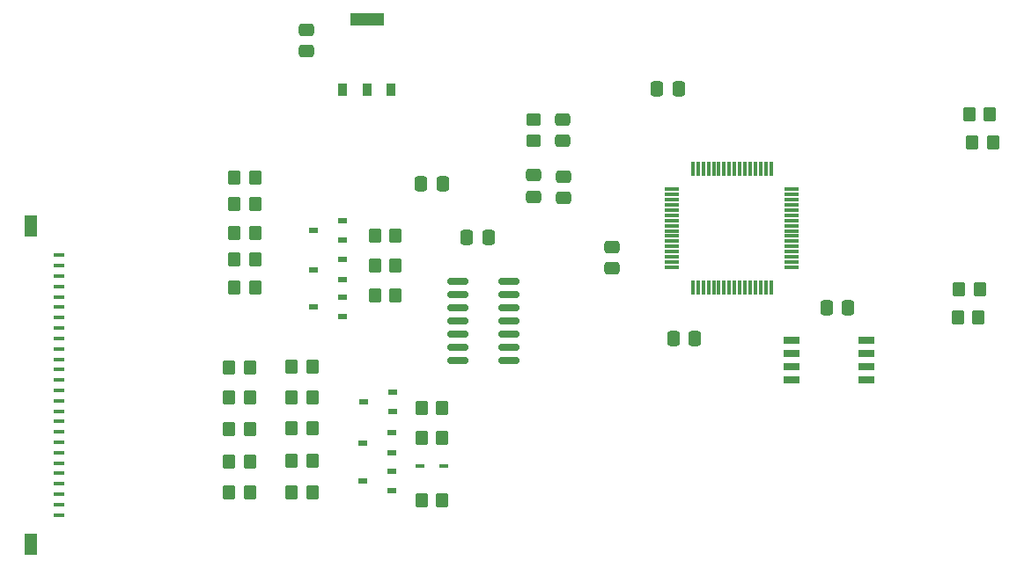
<source format=gbr>
%TF.GenerationSoftware,KiCad,Pcbnew,8.0.8*%
%TF.CreationDate,2025-02-20T11:37:37+00:00*%
%TF.ProjectId,Gotek,476f7465-6b2e-46b6-9963-61645f706362,rev?*%
%TF.SameCoordinates,Original*%
%TF.FileFunction,Paste,Top*%
%TF.FilePolarity,Positive*%
%FSLAX46Y46*%
G04 Gerber Fmt 4.6, Leading zero omitted, Abs format (unit mm)*
G04 Created by KiCad (PCBNEW 8.0.8) date 2025-02-20 11:37:37*
%MOMM*%
%LPD*%
G01*
G04 APERTURE LIST*
G04 Aperture macros list*
%AMRoundRect*
0 Rectangle with rounded corners*
0 $1 Rounding radius*
0 $2 $3 $4 $5 $6 $7 $8 $9 X,Y pos of 4 corners*
0 Add a 4 corners polygon primitive as box body*
4,1,4,$2,$3,$4,$5,$6,$7,$8,$9,$2,$3,0*
0 Add four circle primitives for the rounded corners*
1,1,$1+$1,$2,$3*
1,1,$1+$1,$4,$5*
1,1,$1+$1,$6,$7*
1,1,$1+$1,$8,$9*
0 Add four rect primitives between the rounded corners*
20,1,$1+$1,$2,$3,$4,$5,0*
20,1,$1+$1,$4,$5,$6,$7,0*
20,1,$1+$1,$6,$7,$8,$9,0*
20,1,$1+$1,$8,$9,$2,$3,0*%
G04 Aperture macros list end*
%ADD10RoundRect,0.250000X-0.350000X-0.450000X0.350000X-0.450000X0.350000X0.450000X-0.350000X0.450000X0*%
%ADD11RoundRect,0.250000X-0.475000X0.337500X-0.475000X-0.337500X0.475000X-0.337500X0.475000X0.337500X0*%
%ADD12R,0.900000X0.600000*%
%ADD13RoundRect,0.250000X-0.337500X-0.475000X0.337500X-0.475000X0.337500X0.475000X-0.337500X0.475000X0*%
%ADD14R,1.000000X0.400000*%
%ADD15R,1.300000X2.000000*%
%ADD16R,1.650000X0.700000*%
%ADD17R,0.820000X0.420000*%
%ADD18R,1.475000X0.300000*%
%ADD19R,0.300000X1.475000*%
%ADD20RoundRect,0.250000X0.337500X0.475000X-0.337500X0.475000X-0.337500X-0.475000X0.337500X-0.475000X0*%
%ADD21RoundRect,0.250000X-0.450000X0.350000X-0.450000X-0.350000X0.450000X-0.350000X0.450000X0.350000X0*%
%ADD22R,0.950000X1.300000*%
%ADD23R,3.250000X1.300000*%
%ADD24RoundRect,0.250000X0.350000X0.450000X-0.350000X0.450000X-0.350000X-0.450000X0.350000X-0.450000X0*%
%ADD25RoundRect,0.150000X-0.825000X-0.150000X0.825000X-0.150000X0.825000X0.150000X-0.825000X0.150000X0*%
G04 APERTURE END LIST*
D10*
%TO.C,PU5*%
X118000000Y-91398700D03*
X120000000Y-91398700D03*
%TD*%
D11*
%TO.C,C4*%
X147307300Y-72877200D03*
X147307300Y-74952200D03*
%TD*%
D10*
%TO.C,R20*%
X189160300Y-67027400D03*
X191160300Y-67027400D03*
%TD*%
D12*
%TO.C,Q5*%
X133680000Y-99616300D03*
X133680000Y-97716300D03*
X130880000Y-98666300D03*
%TD*%
D10*
%TO.C,RN4*%
X136500000Y-104171700D03*
X138500000Y-104171700D03*
%TD*%
D12*
%TO.C,Q6*%
X133702300Y-95685600D03*
X133702300Y-93785600D03*
X130902300Y-94735600D03*
%TD*%
D13*
%TO.C,C20*%
X140878700Y-78882900D03*
X142953700Y-78882900D03*
%TD*%
D10*
%TO.C,PU12*%
X118000000Y-103397000D03*
X120000000Y-103397000D03*
%TD*%
D13*
%TO.C,C6*%
X159165900Y-64573100D03*
X161240900Y-64573100D03*
%TD*%
D10*
%TO.C,PU13*%
X124000000Y-103432000D03*
X126000000Y-103432000D03*
%TD*%
%TO.C,PU2*%
X118500000Y-78432000D03*
X120500000Y-78432000D03*
%TD*%
%TO.C,PU11*%
X118000000Y-100466500D03*
X120000000Y-100466500D03*
%TD*%
D12*
%TO.C,Q3*%
X128901700Y-86500400D03*
X128901700Y-84600400D03*
X126101700Y-85550400D03*
%TD*%
D14*
%TO.C,P1*%
X101660000Y-80610000D03*
X101660000Y-81610000D03*
X101660000Y-82610001D03*
X101660000Y-83609999D03*
X101660000Y-84609999D03*
X101660000Y-85610000D03*
X101660000Y-86610000D03*
X101660000Y-87609998D03*
X101660000Y-88609999D03*
X101660000Y-89609999D03*
X101660000Y-90610000D03*
X101660000Y-91610000D03*
X101660000Y-92609998D03*
X101660000Y-93609999D03*
X101660000Y-94610000D03*
X101660000Y-95610000D03*
X101660000Y-96610001D03*
X101660000Y-97609999D03*
X101660000Y-98609999D03*
X101660000Y-99610000D03*
X101660000Y-100610000D03*
X101660000Y-101610001D03*
X101660000Y-102609999D03*
X101660000Y-103609999D03*
X101660000Y-104610000D03*
X101660000Y-105610000D03*
D15*
X98960001Y-77810025D03*
X98960001Y-108409975D03*
%TD*%
D10*
%TO.C,PU9*%
X118000000Y-97326400D03*
X120000000Y-97326400D03*
%TD*%
D12*
%TO.C,Q4*%
X133616500Y-103286600D03*
X133616500Y-101386600D03*
X130816500Y-102336600D03*
%TD*%
D10*
%TO.C,RN2*%
X132000000Y-81600700D03*
X134000000Y-81600700D03*
%TD*%
%TO.C,PU8*%
X124000000Y-97221700D03*
X126000000Y-97221700D03*
%TD*%
D13*
%TO.C,C18*%
X136468600Y-73745700D03*
X138543600Y-73745700D03*
%TD*%
D11*
%TO.C,C5*%
X150152100Y-73022500D03*
X150152100Y-75097500D03*
%TD*%
D16*
%TO.C,U8*%
X172063200Y-88788900D03*
X172063200Y-90058900D03*
X172063200Y-91328900D03*
X172063200Y-92598900D03*
X179263200Y-92598900D03*
X179263200Y-91328900D03*
X179263200Y-90058900D03*
X179263200Y-88788900D03*
%TD*%
D10*
%TO.C,RN1*%
X132000000Y-78705100D03*
X134000000Y-78705100D03*
%TD*%
D12*
%TO.C,Q2*%
X128901700Y-82938000D03*
X128901700Y-81038000D03*
X126101700Y-81988000D03*
%TD*%
D17*
%TO.C,DID1*%
X138650000Y-100933200D03*
X136350000Y-100933200D03*
%TD*%
D10*
%TO.C,RN3*%
X132000000Y-84461300D03*
X134000000Y-84461300D03*
%TD*%
%TO.C,RN5*%
X136500000Y-98142400D03*
X138500000Y-98142400D03*
%TD*%
D11*
%TO.C,C3*%
X150041000Y-67494900D03*
X150041000Y-69569900D03*
%TD*%
D18*
%TO.C,U3*%
X160606600Y-74250200D03*
X160606600Y-74750200D03*
X160606600Y-75250200D03*
X160606600Y-75750200D03*
X160606600Y-76250200D03*
X160606600Y-76750200D03*
X160606600Y-77250200D03*
X160606600Y-77750200D03*
X160606600Y-78250200D03*
X160606600Y-78750200D03*
X160606600Y-79250200D03*
X160606600Y-79750200D03*
X160606600Y-80250200D03*
X160606600Y-80750200D03*
X160606600Y-81250200D03*
X160606600Y-81750200D03*
D19*
X162594600Y-83738200D03*
X163094600Y-83738200D03*
X163594600Y-83738200D03*
X164094600Y-83738200D03*
X164594600Y-83738200D03*
X165094600Y-83738200D03*
X165594600Y-83738200D03*
X166094600Y-83738200D03*
X166594600Y-83738200D03*
X167094600Y-83738200D03*
X167594600Y-83738200D03*
X168094600Y-83738200D03*
X168594600Y-83738200D03*
X169094600Y-83738200D03*
X169594600Y-83738200D03*
X170094600Y-83738200D03*
D18*
X172082600Y-81750200D03*
X172082600Y-81250200D03*
X172082600Y-80750200D03*
X172082600Y-80250200D03*
X172082600Y-79750200D03*
X172082600Y-79250200D03*
X172082600Y-78750200D03*
X172082600Y-78250200D03*
X172082600Y-77750200D03*
X172082600Y-77250200D03*
X172082600Y-76750200D03*
X172082600Y-76250200D03*
X172082600Y-75750200D03*
X172082600Y-75250200D03*
X172082600Y-74750200D03*
X172082600Y-74250200D03*
D19*
X170094600Y-72262200D03*
X169594600Y-72262200D03*
X169094600Y-72262200D03*
X168594600Y-72262200D03*
X168094600Y-72262200D03*
X167594600Y-72262200D03*
X167094600Y-72262200D03*
X166594600Y-72262200D03*
X166094600Y-72262200D03*
X165594600Y-72262200D03*
X165094600Y-72262200D03*
X164594600Y-72262200D03*
X164094600Y-72262200D03*
X163594600Y-72262200D03*
X163094600Y-72262200D03*
X162594600Y-72262200D03*
%TD*%
D10*
%TO.C,PU1*%
X118500000Y-75638000D03*
X120500000Y-75638000D03*
%TD*%
D11*
%TO.C,C23*%
X125409300Y-58862000D03*
X125409300Y-60937000D03*
%TD*%
D10*
%TO.C,PU6*%
X124000000Y-94322900D03*
X126000000Y-94322900D03*
%TD*%
%TO.C,RN6*%
X136500000Y-95294400D03*
X138500000Y-95294400D03*
%TD*%
%TO.C,R2*%
X188061700Y-86620300D03*
X190061700Y-86620300D03*
%TD*%
D20*
%TO.C,C8*%
X162797400Y-88576100D03*
X160722400Y-88576100D03*
%TD*%
D21*
%TO.C,R10*%
X147250200Y-67532400D03*
X147250200Y-69532400D03*
%TD*%
D22*
%TO.C,U4*%
X128939900Y-64617600D03*
X131229900Y-64617600D03*
X133519900Y-64617600D03*
D23*
X131229900Y-57917600D03*
%TD*%
D10*
%TO.C,PU10*%
X124000000Y-100396700D03*
X126000000Y-100396700D03*
%TD*%
D24*
%TO.C,R13*%
X120500000Y-73091700D03*
X118500000Y-73091700D03*
%TD*%
D12*
%TO.C,Q1*%
X128920700Y-79137500D03*
X128920700Y-77237500D03*
X126120700Y-78187500D03*
%TD*%
D10*
%TO.C,PU14*%
X118500000Y-83734300D03*
X120500000Y-83734300D03*
%TD*%
D25*
%TO.C,U1*%
X139984100Y-83127800D03*
X139984100Y-84397800D03*
X139984100Y-85667800D03*
X139984100Y-86937800D03*
X139984100Y-88207800D03*
X139984100Y-89477800D03*
X139984100Y-90747800D03*
X144934100Y-90747800D03*
X144934100Y-89477800D03*
X144934100Y-88207800D03*
X144934100Y-86937800D03*
X144934100Y-85667800D03*
X144934100Y-84397800D03*
X144934100Y-83127800D03*
%TD*%
D10*
%TO.C,R1*%
X188169600Y-83883500D03*
X190169600Y-83883500D03*
%TD*%
%TO.C,R21*%
X189477800Y-69757900D03*
X191477800Y-69757900D03*
%TD*%
D11*
%TO.C,C9*%
X154774900Y-79794800D03*
X154774900Y-81869800D03*
%TD*%
D10*
%TO.C,PU4*%
X124000000Y-91287600D03*
X126000000Y-91287600D03*
%TD*%
%TO.C,PU3*%
X118500000Y-80978400D03*
X120500000Y-80978400D03*
%TD*%
%TO.C,PU7*%
X118000000Y-94246700D03*
X120000000Y-94246700D03*
%TD*%
D13*
%TO.C,C16*%
X175463900Y-85613900D03*
X177538900Y-85613900D03*
%TD*%
M02*

</source>
